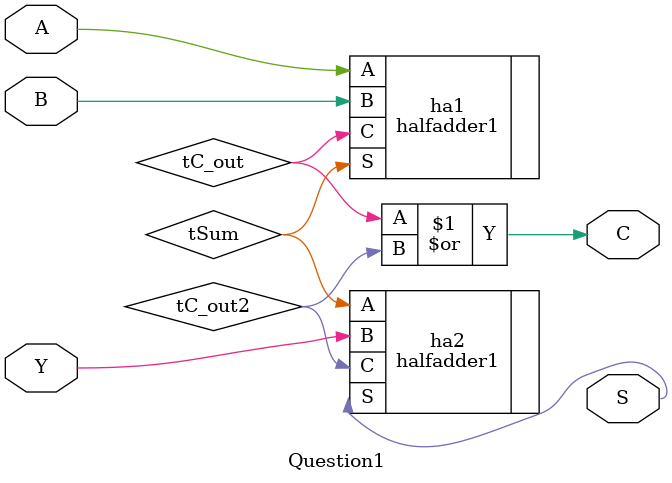
<source format=v>
`timescale 1ns / 1ps


module Question1(

input A,
input B,
input Y,
output C,
output S
    );
    
wire tC_out;
wire tSum; 
wire tC_out2;

halfadder1 ha1(.A(A),.B(B),.S(tSum),.C(tC_out));  
halfadder1 ha2(.A(tSum),.B(Y), .S(S), .C(tC_out2));

assign C = tC_out | tC_out2;
endmodule

</source>
